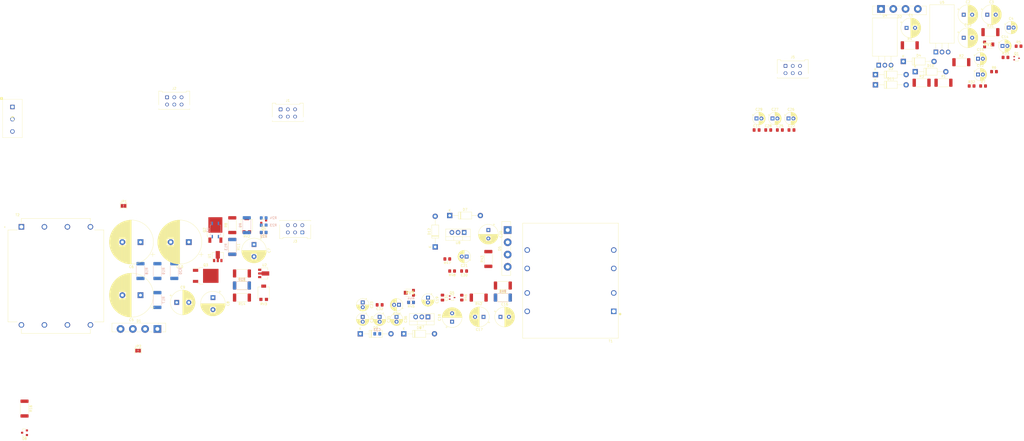
<source format=kicad_pcb>
(kicad_pcb (version 20171130) (host pcbnew "(5.1.10)-1")
  (layers (0 F.Cu signal) (31 B.Cu signal) (34 B.Paste user) (35 F.Paste user) (36 B.SilkS user) (37 F.SilkS user) (38 B.Mask user) (39 F.Mask user) (44 Edge.Cuts user))
  (net 0 "")
  (net 1 GND1)
  (net 2 "Net-(C1-Pad1)")
  (net 3 "Net-(C2-Pad1)")
  (net 4 "Net-(C3-Pad1)")
  (net 5 Earth_Clean)
  (net 6 "Net-(C11-Pad1)")
  (net 7 FIL1+)
  (net 8 "Net-(C14-Pad1)")
  (net 9 VCC_9V)
  (net 10 "Net-(C16-Pad2)")
  (net 11 "Net-(C17-Pad2)")
  (net 12 "Net-(C18-Pad2)")
  (net 13 "Net-(C19-Pad2)")
  (net 14 "Net-(C21-Pad2)")
  (net 15 FIL2+)
  (net 16 VCC_M9V)
  (net 17 COM_12VAC1)
  (net 18 12VAC1)
  (net 19 COM_12VAC2)
  (net 20 12VAC2)
  (net 21 "Net-(D5-Pad4)")
  (net 22 /HV_Power/VREF)
  (net 23 HVENA)
  (net 24 Earth_Protective)
  (net 25 HV_VALVE_A)
  (net 26 HV_VALVE_B)
  (net 27 LED-GREEN-A)
  (net 28 LED-RED-A)
  (net 29 "Net-(R1-Pad2)")
  (net 30 "Net-(R6-Pad2)")
  (net 31 "Net-(R9-Pad1)")
  (net 32 "Net-(R10-Pad1)")
  (net 33 /HV_Power/250VDC_NRG)
  (net 34 ENA-HV+)
  (net 35 "Net-(R39-Pad2)")
  (net 36 "Net-(R45-Pad2)")
  (net 37 FASE)
  (net 38 NEUTRO)
  (net 39 "Net-(T1-Pad2)")
  (net 40 "Net-(T2-Pad6)")
  (net 41 "Net-(T2-Pad2)")
  (net 42 /HV_Power/HV_NRG2)
  (net 43 /HV_Power/HV_NRG3)
  (net 44 /HV_Power/HV_REG1)
  (net 45 /HV_Power/HV_REG3)
  (net 46 /HV_Power/HV_NRG1)
  (net 47 /HV_Power/HV_NRG4)
  (net 48 /FILAMENTO_1/VccNrg)
  (net 49 "Net-(C20-Pad2)")
  (net 50 "Net-(C26-Pad1)")
  (net 51 "Net-(C34-Pad2)")
  (net 52 HV_AC_B)
  (net 53 HV_AC_A)
  (net 54 "Net-(D2-Pad1)")
  (net 55 /HV_Power/HV_REG2)
  (net 56 /HV_Power/HV_REG4)
  (module Transformer_THT:XFMR_FP230-25 (layer F.Cu) (at 44 47)
    (fp_text reference T2 (at -15.908 -25.2341) (layer F.SilkS))
    (fp_text value Transformer_FP230-25)
    (pad 1 thru_hole rect (at -14.2875 -20.32) (size 2.286 2.286) (drill 1.524) (layers *.Cu *.Mask) (net 37 FASE))
    (pad 5 thru_hole circle (at -14.2875 20.32) (size 2.286 2.286) (drill 1.524) (layers *.Cu *.Mask) (net 53 HV_AC_A))
    (pad 6 thru_hole circle (at -4.7625 20.32) (size 2.286 2.286) (drill 1.524) (layers *.Cu *.Mask) (net 40 "Net-(T2-Pad6)"))
    (pad 8 thru_hole circle (at 4.7625 20.32) (size 2.286 2.286) (drill 1.524) (layers *.Cu *.Mask) (net 52 HV_AC_B))
    (pad 7 thru_hole circle (at 14.2875 20.32) (size 2.286 2.286) (drill 1.524) (layers *.Cu *.Mask) (net 40 "Net-(T2-Pad6)"))
    (pad 3 thru_hole circle (at 14.2875 -20.32) (size 2.286 2.286) (drill 1.524) (layers *.Cu *.Mask) (net 41 "Net-(T2-Pad2)"))
    (pad 2 thru_hole circle (at -4.7625 -20.32) (size 2.286 2.286) (drill 1.524) (layers *.Cu *.Mask) (net 41 "Net-(T2-Pad2)"))
    (pad 4 thru_hole circle (at 4.7625 -20.32) (size 2.286 2.286) (drill 1.524) (layers *.Cu *.Mask) (net 38 NEUTRO))
  )
  (module Connector_Molex:Molex_Micro-Fit_3.0_43045-0612_2x03_P3.00mm_Vertical (layer F.Cu) (at 346 -40)
    (fp_text reference J5 (at 3 -3.67) (layer F.SilkS))
    (fp_text value Molex_MicroFit_2x3)
    (pad 6 thru_hole circle (at 6 3) (size 1.5 1.5) (drill 1) (layers *.Cu *.Mask) (net 1 GND1))
    (pad 5 thru_hole circle (at 3 3) (size 1.5 1.5) (drill 1) (layers *.Cu *.Mask) (net 1 GND1))
    (pad 4 thru_hole circle (at 0 3) (size 1.5 1.5) (drill 1) (layers *.Cu *.Mask) (net 16 VCC_M9V))
    (pad 3 thru_hole circle (at 6 0) (size 1.5 1.5) (drill 1) (layers *.Cu *.Mask) (net 1 GND1))
    (pad 2 thru_hole circle (at 3 0) (size 1.5 1.5) (drill 1) (layers *.Cu *.Mask) (net 1 GND1))
    (pad 1 thru_hole roundrect (at 0 0) (size 1.5 1.5) (drill 1) (layers *.Cu *.Mask) (roundrect_rratio 0.166667) (net 9 VCC_9V))
    (pad "" np_thru_hole circle (at 9 3.94) (size 1 1) (drill 1) (layers *.Cu *.Mask))
    (pad "" np_thru_hole circle (at -3 3.94) (size 1 1) (drill 1) (layers *.Cu *.Mask))
  )
  (module Connector_TE-Connectivity:TE_282837-3 (layer F.Cu) (at 26 -23 270)
    (fp_text reference J4 (at 4.78 0 90) (layer F.SilkS) (effects (font (size 1.27 1.27) (thickness 0.254))))
    (fp_text value TE_282837-3 hide)
    (pad 1 thru_hole rect (at 0 0 270) (size 1.8 1.8) (drill 1.2) (layers *.Cu *.Mask) (net 37 FASE))
    (pad 2 thru_hole circle (at 5.08 0 270) (size 1.8 1.8) (drill 1.2) (layers *.Cu *.Mask) (net 24 Earth_Protective))
    (pad 3 thru_hole circle (at 10.16 0 270) (size 1.8 1.8) (drill 1.2) (layers *.Cu *.Mask) (net 38 NEUTRO))
  )
  (module Capacitor_THT:CP_Radial_D5.0mm_P2.00mm (layer F.Cu) (at 185 64 270)
    (fp_text reference C36 (at 1 -3.75 90) (layer F.SilkS))
    (fp_text value 10uF)
    (pad 2 thru_hole circle (at 2 0 270) (size 1.6 1.6) (drill 0.8) (layers *.Cu *.Mask) (net 51 "Net-(C34-Pad2)"))
    (pad 1 thru_hole rect (at 0 0 270) (size 1.6 1.6) (drill 0.8) (layers *.Cu *.Mask) (net 1 GND1))
  )
  (module Capacitor_THT:CP_Radial_D5.0mm_P2.00mm (layer F.Cu) (at 178 64 270)
    (fp_text reference C35 (at 1 -3.75 90) (layer F.SilkS))
    (fp_text value 10uF)
    (pad 2 thru_hole circle (at 2 0 270) (size 1.6 1.6) (drill 0.8) (layers *.Cu *.Mask) (net 51 "Net-(C34-Pad2)"))
    (pad 1 thru_hole rect (at 0 0 270) (size 1.6 1.6) (drill 0.8) (layers *.Cu *.Mask) (net 1 GND1))
  )
  (module Capacitor_THT:CP_Radial_D5.0mm_P2.00mm (layer F.Cu) (at 171 64 270)
    (fp_text reference C34 (at 1 -3.75 90) (layer F.SilkS))
    (fp_text value 10uF)
    (pad 2 thru_hole circle (at 2 0 270) (size 1.6 1.6) (drill 0.8) (layers *.Cu *.Mask) (net 51 "Net-(C34-Pad2)"))
    (pad 1 thru_hole rect (at 0 0 270) (size 1.6 1.6) (drill 0.8) (layers *.Cu *.Mask) (net 1 GND1))
  )
  (module Capacitor_SMD:C_0805_2012Metric_Pad1.18x1.45mm_HandSolder (layer B.Cu) (at 177 71 180)
    (fp_text reference C33 (at 0 1.68) (layer B.SilkS) (effects (justify mirror)))
    (fp_text value 100nF)
    (pad 2 smd roundrect (at 1.0375 0 180) (size 1.175 1.45) (layers B.Cu B.Paste B.Mask) (roundrect_rratio 0.212766) (net 1 GND1))
    (pad 1 smd roundrect (at -1.0375 0 180) (size 1.175 1.45) (layers B.Cu B.Paste B.Mask) (roundrect_rratio 0.212766) (net 15 FIL2+))
  )
  (module Capacitor_SMD:C_0805_2012Metric_Pad1.18x1.45mm_HandSolder (layer F.Cu) (at 178 59 180)
    (fp_text reference C32 (at 0 -1.68) (layer F.SilkS))
    (fp_text value 100nF)
    (pad 2 smd roundrect (at 1.0375 0 180) (size 1.175 1.45) (layers F.Cu F.Paste F.Mask) (roundrect_rratio 0.212766) (net 1 GND1))
    (pad 1 smd roundrect (at -1.0375 0 180) (size 1.175 1.45) (layers F.Cu F.Paste F.Mask) (roundrect_rratio 0.212766) (net 16 VCC_M9V))
  )
  (module Capacitor_SMD:C_0805_2012Metric_Pad1.18x1.45mm_HandSolder (layer F.Cu) (at 204 56 270)
    (fp_text reference C31 (at 0 -1.68 90) (layer F.SilkS))
    (fp_text value 100nF)
    (pad 2 smd roundrect (at 1.0375 0 270) (size 1.175 1.45) (layers F.Cu F.Paste F.Mask) (roundrect_rratio 0.212766) (net 13 "Net-(C19-Pad2)"))
    (pad 1 smd roundrect (at -1.0375 0 270) (size 1.175 1.45) (layers F.Cu F.Paste F.Mask) (roundrect_rratio 0.212766) (net 1 GND1))
  )
  (module Capacitor_SMD:C_0805_2012Metric_Pad1.18x1.45mm_HandSolder (layer F.Cu) (at 212.9625 45 180)
    (fp_text reference C30 (at 0 -1.68) (layer F.SilkS))
    (fp_text value 100nF)
    (pad 2 smd roundrect (at 1.0375 0 180) (size 1.175 1.45) (layers F.Cu F.Paste F.Mask) (roundrect_rratio 0.212766) (net 14 "Net-(C21-Pad2)"))
    (pad 1 smd roundrect (at -1.0375 0 180) (size 1.175 1.45) (layers F.Cu F.Paste F.Mask) (roundrect_rratio 0.212766) (net 1 GND1))
  )
  (module Capacitor_THT:CP_Radial_D5.0mm_P2.00mm (layer F.Cu) (at 334.004776 -18.224999)
    (fp_text reference C29 (at 1 -3.75) (layer F.SilkS))
    (fp_text value 10uF)
    (pad 2 thru_hole circle (at 2 0) (size 1.6 1.6) (drill 0.8) (layers *.Cu *.Mask) (net 1 GND1))
    (pad 1 thru_hole rect (at 0 0) (size 1.6 1.6) (drill 0.8) (layers *.Cu *.Mask) (net 50 "Net-(C26-Pad1)"))
  )
  (module Capacitor_SMD:C_0805_2012Metric_Pad1.18x1.45mm_HandSolder (layer F.Cu) (at 338.855001 -13.444999)
    (fp_text reference C28 (at 0 -1.68) (layer F.SilkS))
    (fp_text value 100nF)
    (pad 2 smd roundrect (at 1.0375 0) (size 1.175 1.45) (layers F.Cu F.Paste F.Mask) (roundrect_rratio 0.212766) (net 1 GND1))
    (pad 1 smd roundrect (at -1.0375 0) (size 1.175 1.45) (layers F.Cu F.Paste F.Mask) (roundrect_rratio 0.212766) (net 9 VCC_9V))
  )
  (module Capacitor_THT:CP_Radial_D5.0mm_P2.00mm (layer F.Cu) (at 340.634776 -18.224999)
    (fp_text reference C27 (at 1 -3.75) (layer F.SilkS))
    (fp_text value 10uF)
    (pad 2 thru_hole circle (at 2 0) (size 1.6 1.6) (drill 0.8) (layers *.Cu *.Mask) (net 1 GND1))
    (pad 1 thru_hole rect (at 0 0) (size 1.6 1.6) (drill 0.8) (layers *.Cu *.Mask) (net 50 "Net-(C26-Pad1)"))
  )
  (module Capacitor_THT:CP_Radial_D5.0mm_P2.00mm (layer F.Cu) (at 347.264776 -18.224999)
    (fp_text reference C26 (at 1 -3.75) (layer F.SilkS))
    (fp_text value 10uF)
    (pad 2 thru_hole circle (at 2 0) (size 1.6 1.6) (drill 0.8) (layers *.Cu *.Mask) (net 1 GND1))
    (pad 1 thru_hole rect (at 0 0) (size 1.6 1.6) (drill 0.8) (layers *.Cu *.Mask) (net 50 "Net-(C26-Pad1)"))
  )
  (module Capacitor_SMD:C_0805_2012Metric_Pad1.18x1.45mm_HandSolder (layer F.Cu) (at 343.665001 -13.444999)
    (fp_text reference C25 (at 0 -1.68) (layer F.SilkS))
    (fp_text value 100nF)
    (pad 2 smd roundrect (at 1.0375 0) (size 1.175 1.45) (layers F.Cu F.Paste F.Mask) (roundrect_rratio 0.212766) (net 1 GND1))
    (pad 1 smd roundrect (at -1.0375 0) (size 1.175 1.45) (layers F.Cu F.Paste F.Mask) (roundrect_rratio 0.212766) (net 7 FIL1+))
  )
  (module Capacitor_SMD:C_0805_2012Metric_Pad1.18x1.45mm_HandSolder (layer F.Cu) (at 348.475001 -13.444999)
    (fp_text reference C22 (at 0 -1.68) (layer F.SilkS))
    (fp_text value 100nF)
    (pad 2 smd roundrect (at 1.0375 0) (size 1.175 1.45) (layers F.Cu F.Paste F.Mask) (roundrect_rratio 0.212766) (net 1 GND1))
    (pad 1 smd roundrect (at -1.0375 0) (size 1.175 1.45) (layers F.Cu F.Paste F.Mask) (roundrect_rratio 0.212766) (net 8 "Net-(C14-Pad1)"))
  )
  (module Capacitor_SMD:C_0805_2012Metric_Pad1.18x1.45mm_HandSolder (layer F.Cu) (at 334.045001 -13.444999)
    (fp_text reference C11 (at 0 -1.68) (layer F.SilkS))
    (fp_text value 100nF)
    (pad 2 smd roundrect (at 1.0375 0) (size 1.175 1.45) (layers F.Cu F.Paste F.Mask) (roundrect_rratio 0.212766) (net 1 GND1))
    (pad 1 smd roundrect (at -1.0375 0) (size 1.175 1.45) (layers F.Cu F.Paste F.Mask) (roundrect_rratio 0.212766) (net 6 "Net-(C11-Pad1)"))
  )
  (module Package_TO_SOT_THT:TO-220-3_Vertical (layer F.Cu) (at 213 29 180)
    (fp_text reference U8 (at 2.54 -4.27) (layer F.SilkS))
    (fp_text value LM337_TO220)
    (pad 3 thru_hole oval (at 5.08 0 180) (size 1.905 2) (drill 1.1) (layers *.Cu *.Mask) (net 16 VCC_M9V))
    (pad 2 thru_hole oval (at 2.54 0 180) (size 1.905 2) (drill 1.1) (layers *.Cu *.Mask) (net 49 "Net-(C20-Pad2)"))
    (pad 1 thru_hole rect (at 0 0 180) (size 1.905 2) (drill 1.1) (layers *.Cu *.Mask) (net 14 "Net-(C21-Pad2)"))
  )
  (module Package_TO_SOT_THT:TO-220-3_Vertical (layer F.Cu) (at 198 64 180)
    (fp_text reference U7 (at 2.54 -4.27) (layer F.SilkS))
    (fp_text value LM337_TO220)
    (pad 3 thru_hole oval (at 5.08 0 180) (size 1.905 2) (drill 1.1) (layers *.Cu *.Mask) (net 15 FIL2+))
    (pad 2 thru_hole oval (at 2.54 0 180) (size 1.905 2) (drill 1.1) (layers *.Cu *.Mask) (net 12 "Net-(C18-Pad2)"))
    (pad 1 thru_hole rect (at 0 0 180) (size 1.905 2) (drill 1.1) (layers *.Cu *.Mask) (net 13 "Net-(C19-Pad2)"))
  )
  (module Package_TO_SOT_THT:TO-220-3_Horizontal_TabDown (layer F.Cu) (at 408.245001 -45.764999)
    (fp_text reference U5 (at 2.54 -20.58) (layer F.SilkS))
    (fp_text value LM317BT)
    (pad 3 thru_hole oval (at 5.08 0) (size 1.905 2) (drill 1.1) (layers *.Cu *.Mask) (net 48 /FILAMENTO_1/VccNrg))
    (pad 2 thru_hole oval (at 2.54 0) (size 1.905 2) (drill 1.1) (layers *.Cu *.Mask) (net 9 VCC_9V))
    (pad 1 thru_hole rect (at 0 0) (size 1.905 2) (drill 1.1) (layers *.Cu *.Mask) (net 8 "Net-(C14-Pad1)"))
    (pad "" np_thru_hole oval (at 2.54 -16.66) (size 3.5 3.5) (drill 3.5) (layers *.Cu *.Mask))
  )
  (module Package_TO_SOT_THT:TO-220-3_Horizontal_TabDown (layer F.Cu) (at 384.595001 -40.314999)
    (fp_text reference U4 (at 2.54 -20.58) (layer F.SilkS))
    (fp_text value LM317BT)
    (pad 3 thru_hole oval (at 5.08 0) (size 1.905 2) (drill 1.1) (layers *.Cu *.Mask) (net 4 "Net-(C3-Pad1)"))
    (pad 2 thru_hole oval (at 2.54 0) (size 1.905 2) (drill 1.1) (layers *.Cu *.Mask) (net 7 FIL1+))
    (pad 1 thru_hole rect (at 0 0) (size 1.905 2) (drill 1.1) (layers *.Cu *.Mask) (net 6 "Net-(C11-Pad1)"))
    (pad "" np_thru_hole oval (at 2.54 -16.66) (size 3.5 3.5) (drill 3.5) (layers *.Cu *.Mask))
  )
  (module Package_SO:SOP-4_3.8x4.1mm_P2.54mm (layer B.Cu) (at 110 28 270)
    (fp_text reference U3 (at 0 3 270) (layer B.SilkS) (effects (justify mirror)))
    (fp_text value CPC1017N)
    (pad 4 smd roundrect (at 2.75 1.27 270) (size 1.45 0.55) (layers B.Cu B.Paste B.Mask) (net 22 /HV_Power/VREF))
    (pad 3 smd roundrect (at 2.75 -1.27 270) (size 1.45 0.55) (layers B.Cu B.Paste B.Mask) (net 5 Earth_Clean))
    (pad 2 smd roundrect (at -2.75 -1.27 270) (size 1.45 0.55) (layers B.Cu B.Paste B.Mask) (net 1 GND1))
    (pad 1 smd roundrect (at -2.75 1.27 270) (size 1.45 0.55) (layers B.Cu B.Paste B.Mask) (net 34 ENA-HV+))
  )
  (module Package_TO_SOT_SMD:SOT-89-3 (layer F.Cu) (at 130 46)
    (fp_text reference U2 (at 0.3 -3.5) (layer F.SilkS))
    (fp_text value LR8N8-G)
    (pad 2 smd custom (at -1.5625 0) (size 1.475 0.9) (layers F.Cu F.Paste F.Mask) (net 26 HV_VALVE_B) (options (clearance outline) (anchor rect)) (primitives (gr_poly (pts (xy 0.7375 -0.8665) (xy 3.8625 -0.8665) (xy 3.8625 0.8665) (xy 0.7375 0.8665)) (width 0))))
    (pad 3 smd rect (at -1.65 1.5) (size 1.3 0.9) (layers F.Cu F.Paste F.Mask) (net 45 /HV_Power/HV_REG3))
    (pad 1 smd rect (at -1.65 -1.5) (size 1.3 0.9) (layers F.Cu F.Paste F.Mask) (net 33 /HV_Power/250VDC_NRG))
  )
  (module Package_TO_SOT_SMD:SOT-89-3 (layer F.Cu) (at 111 39 90)
    (fp_text reference U1 (at 0.3 -3.5 90) (layer F.SilkS))
    (fp_text value LR8N8-G)
    (pad 2 smd custom (at -1.5625 0 90) (size 1.475 0.9) (layers F.Cu F.Paste F.Mask) (net 25 HV_VALVE_A) (options (clearance outline) (anchor rect)) (primitives (gr_poly (pts (xy 0.7375 -0.8665) (xy 3.8625 -0.8665) (xy 3.8625 0.8665) (xy 0.7375 0.8665)) (width 0))))
    (pad 3 smd rect (at -1.65 1.5 90) (size 1.3 0.9) (layers F.Cu F.Paste F.Mask) (net 44 /HV_Power/HV_REG1))
    (pad 1 smd rect (at -1.65 -1.5 90) (size 1.3 0.9) (layers F.Cu F.Paste F.Mask) (net 33 /HV_Power/250VDC_NRG))
  )
  (module Transformer_THT:TRANSFORMER_FS24-500 (layer F.Cu) (at 257 49 180)
    (fp_text reference T1 (at -16.635 -25.015) (layer F.SilkS))
    (fp_text value FS24-500)
    (pad 1 thru_hole rect (at -17.907 -12.7 180) (size 2.286 2.286) (drill 1.524) (layers *.Cu *.Mask) (net 37 FASE))
    (pad 4 thru_hole circle (at -17.907 12.7 180) (size 2.286 2.286) (drill 1.524) (layers *.Cu *.Mask) (net 38 NEUTRO))
    (pad 5 thru_hole circle (at 17.907 -12.7 180) (size 2.286 2.286) (drill 1.524) (layers *.Cu *.Mask) (net 18 12VAC1))
    (pad 6 thru_hole circle (at 17.907 -5.08 180) (size 2.286 2.286) (drill 1.524) (layers *.Cu *.Mask) (net 17 COM_12VAC1))
    (pad 7 thru_hole circle (at 17.907 5.08 180) (size 2.286 2.286) (drill 1.524) (layers *.Cu *.Mask) (net 20 12VAC2))
    (pad 8 thru_hole circle (at 17.907 12.7 180) (size 2.286 2.286) (drill 1.524) (layers *.Cu *.Mask) (net 19 COM_12VAC2))
    (pad 2 thru_hole circle (at -17.907 -5.08 180) (size 2.286 2.286) (drill 1.524) (layers *.Cu *.Mask) (net 39 "Net-(T1-Pad2)"))
    (pad 3 thru_hole circle (at -17.907 5.08 180) (size 2.286 2.286) (drill 1.524) (layers *.Cu *.Mask) (net 39 "Net-(T1-Pad2)"))
  )
  (module Potentiometer_SMD:Potenziometro_Serie_35_35WR100KLFTR (layer F.Cu) (at 190.375 54 180)
    (fp_text reference RV5 (at -0.163 0) (layer F.SilkS) (effects (font (size 1.27 1.27) (thickness 0.254))))
    (fp_text value 1K hide)
    (pad 1 smd rect (at -1.625 -1 270) (size 1.2 1.2) (layers F.Cu F.Paste F.Mask) (net 36 "Net-(R45-Pad2)"))
    (pad 2 smd rect (at 1.625 0 180) (size 1.5 1.6) (layers F.Cu F.Paste F.Mask) (net 1 GND1))
    (pad 3 smd rect (at -1.625 1 270) (size 1.2 1.2) (layers F.Cu F.Paste F.Mask) (net 1 GND1))
  )
  (module Potentiometer_SMD:Potentiometer_Bourns_3314G_Vertical (layer F.Cu) (at 130 54 180)
    (fp_text reference RV3 (at 0 -4.65) (layer F.SilkS))
    (fp_text value 50K)
    (pad 3 smd rect (at -1.15 -2.75 180) (size 1.3 1.3) (layers F.Cu F.Paste F.Mask) (net 5 Earth_Clean))
    (pad 2 smd rect (at 0 2.75 180) (size 2 1.3) (layers F.Cu F.Paste F.Mask) (net 32 "Net-(R10-Pad1)"))
    (pad 1 smd rect (at 1.15 -2.75 180) (size 1.3 1.3) (layers F.Cu F.Paste F.Mask) (net 32 "Net-(R10-Pad1)"))
  )
  (module Potentiometer_SMD:Potentiometer_Bourns_3314G_Vertical (layer F.Cu) (at 123 26 180)
    (fp_text reference RV2 (at 0 -4.65) (layer F.SilkS))
    (fp_text value 50K)
    (pad 3 smd rect (at -1.15 -2.75 180) (size 1.3 1.3) (layers F.Cu F.Paste F.Mask) (net 5 Earth_Clean))
    (pad 2 smd rect (at 0 2.75 180) (size 2 1.3) (layers F.Cu F.Paste F.Mask) (net 31 "Net-(R9-Pad1)"))
    (pad 1 smd rect (at 1.15 -2.75 180) (size 1.3 1.3) (layers F.Cu F.Paste F.Mask) (net 31 "Net-(R9-Pad1)"))
  )
  (module Potentiometer_SMD:Potenziometro_Serie_35_35WR100KLFTR (layer F.Cu) (at 430.050001 -48.909999)
    (fp_text reference RV1 (at -0.163 0) (layer F.SilkS) (effects (font (size 1.27 1.27) (thickness 0.254))))
    (fp_text value 1K hide)
    (pad 1 smd rect (at -1.625 -1 90) (size 1.2 1.2) (layers F.Cu F.Paste F.Mask) (net 30 "Net-(R6-Pad2)"))
    (pad 2 smd rect (at 1.625 0) (size 1.5 1.6) (layers F.Cu F.Paste F.Mask) (net 1 GND1))
    (pad 3 smd rect (at -1.625 1 90) (size 1.2 1.2) (layers F.Cu F.Paste F.Mask) (net 1 GND1))
  )
  (module Resistor_SMD:R_0805_2012Metric_Pad1.20x1.40mm_HandSolder (layer F.Cu) (at 208 45 180)
    (fp_text reference R48 (at 0 -1.65) (layer F.SilkS))
    (fp_text value 6K2)
    (pad 2 smd roundrect (at 1 0 180) (size 1.2 1.4) (layers F.Cu F.Paste F.Mask) (roundrect_rratio 0.208333) (net 1 GND1))
    (pad 1 smd roundrect (at -1 0 180) (size 1.2 1.4) (layers F.Cu F.Paste F.Mask) (roundrect_rratio 0.208333) (net 14 "Net-(C21-Pad2)"))
  )
  (module Resistor_SMD:R_0805_2012Metric_Pad1.20x1.40mm_HandSolder (layer F.Cu) (at 206 40 180)
    (fp_text reference R47 (at 0 -1.65) (layer F.SilkS))
    (fp_text value 1K)
    (pad 2 smd roundrect (at 1 0 180) (size 1.2 1.4) (layers F.Cu F.Paste F.Mask) (roundrect_rratio 0.208333) (net 14 "Net-(C21-Pad2)"))
    (pad 1 smd roundrect (at -1 0 180) (size 1.2 1.4) (layers F.Cu F.Paste F.Mask) (roundrect_rratio 0.208333) (net 16 VCC_M9V))
  )
  (module Resistor_SMD:R_0805_2012Metric_Pad1.20x1.40mm_HandSolder (layer F.Cu) (at 212 56 270)
    (fp_text reference R46 (at 0 -1.65 90) (layer F.SilkS))
    (fp_text value 47K)
    (pad 2 smd roundrect (at 1 0 270) (size 1.2 1.4) (layers F.Cu F.Paste F.Mask) (roundrect_rratio 0.208333) (net 13 "Net-(C19-Pad2)"))
    (pad 1 smd roundrect (at -1 0 270) (size 1.2 1.4) (layers F.Cu F.Paste F.Mask) (roundrect_rratio 0.208333) (net 51 "Net-(C34-Pad2)"))
  )
  (module Resistor_SMD:R_0805_2012Metric_Pad1.20x1.40mm_HandSolder (layer F.Cu) (at 191 58 180)
    (fp_text reference R45 (at 0 -1.65) (layer F.SilkS))
    (fp_text value 3K7)
    (pad 2 smd roundrect (at 1 0 180) (size 1.2 1.4) (layers F.Cu F.Paste F.Mask) (roundrect_rratio 0.208333) (net 36 "Net-(R45-Pad2)"))
    (pad 1 smd roundrect (at -1 0 180) (size 1.2 1.4) (layers F.Cu F.Paste F.Mask) (roundrect_rratio 0.208333) (net 13 "Net-(C19-Pad2)"))
  )
  (module Resistor_SMD:R_0805_2012Metric_Pad1.20x1.40mm_HandSolder (layer B.Cu) (at 191 58 180)
    (fp_text reference R44 (at 0 1.65) (layer B.SilkS) (effects (justify mirror)))
    (fp_text value 1K)
    (pad 2 smd roundrect (at 1 0 180) (size 1.2 1.4) (layers B.Cu B.Paste B.Mask) (roundrect_rratio 0.208333) (net 13 "Net-(C19-Pad2)"))
    (pad 1 smd roundrect (at -1 0 180) (size 1.2 1.4) (layers B.Cu B.Paste B.Mask) (roundrect_rratio 0.208333) (net 15 FIL2+))
  )
  (module Resistor_SMD:R_2512_6332Metric_Pad1.40x3.35mm_HandSolder (layer F.Cu) (at 223 40 90)
    (fp_text reference R43 (at 0 -2.62 90) (layer F.SilkS))
    (fp_text value 1R)
    (pad 2 smd roundrect (at 3.05 0 90) (size 1.4 3.35) (layers F.Cu F.Paste F.Mask) (roundrect_rratio 0.178571) (net 49 "Net-(C20-Pad2)"))
    (pad 1 smd roundrect (at -3.05 0 90) (size 1.4 3.35) (layers F.Cu F.Paste F.Mask) (roundrect_rratio 0.178571) (net 21 "Net-(D5-Pad4)"))
  )
  (module Resistor_SMD:R_2512_6332Metric_Pad1.40x3.35mm_HandSolder (layer F.Cu) (at 219 56 180)
    (fp_text reference R42 (at 0 -2.62) (layer F.SilkS))
    (fp_text value 1R)
    (pad 2 smd roundrect (at 3.05 0 180) (size 1.4 3.35) (layers F.Cu F.Paste F.Mask) (roundrect_rratio 0.178571) (net 12 "Net-(C18-Pad2)"))
    (pad 1 smd roundrect (at -3.05 0 180) (size 1.4 3.35) (layers F.Cu F.Paste F.Mask) (roundrect_rratio 0.178571) (net 11 "Net-(C17-Pad2)"))
  )
  (module Resistor_SMD:R_2512_6332Metric_Pad1.40x3.35mm_HandSolder (layer B.Cu) (at 229 56 180)
    (fp_text reference R41 (at 0 2.62) (layer B.SilkS) (effects (justify mirror)))
    (fp_text value 1R)
    (pad 2 smd roundrect (at 3.05 0 180) (size 1.4 3.35) (layers B.Cu B.Paste B.Mask) (roundrect_rratio 0.178571) (net 11 "Net-(C17-Pad2)"))
    (pad 1 smd roundrect (at -3.05 0 180) (size 1.4 3.35) (layers B.Cu B.Paste B.Mask) (roundrect_rratio 0.178571) (net 10 "Net-(C16-Pad2)"))
  )
  (module Resistor_SMD:R_2512_6332Metric_Pad1.40x3.35mm_HandSolder (layer F.Cu) (at 229 56)
    (fp_text reference R40 (at 0 -2.62) (layer F.SilkS))
    (fp_text value 1R)
    (pad 2 smd roundrect (at 3.05 0) (size 1.4 3.35) (layers F.Cu F.Paste F.Mask) (roundrect_rratio 0.178571) (net 10 "Net-(C16-Pad2)"))
    (pad 1 smd roundrect (at -3.05 0) (size 1.4 3.35) (layers F.Cu F.Paste F.Mask) (roundrect_rratio 0.178571) (net 35 "Net-(R39-Pad2)"))
  )
  (module Resistor_SMD:R_2512_6332Metric_Pad1.40x3.35mm_HandSolder (layer F.Cu) (at 229 51 180)
    (fp_text reference R39 (at 0 -2.62) (layer F.SilkS))
    (fp_text value 1R)
    (pad 2 smd roundrect (at 3.05 0 180) (size 1.4 3.35) (layers F.Cu F.Paste F.Mask) (roundrect_rratio 0.178571) (net 35 "Net-(R39-Pad2)"))
    (pad 1 smd roundrect (at -3.05 0 180) (size 1.4 3.35) (layers F.Cu F.Paste F.Mask) (roundrect_rratio 0.178571) (net 21 "Net-(D5-Pad4)"))
  )
  (module Resistor_SMD:R_0805_2012Metric_Pad1.20x1.40mm_HandSolder (layer F.Cu) (at 437.065001 -43.534999)
    (fp_text reference R33 (at 0 -1.65) (layer F.SilkS))
    (fp_text value 6K2)
    (pad 2 smd roundrect (at 1 0) (size 1.2 1.4) (layers F.Cu F.Paste F.Mask) (roundrect_rratio 0.208333) (net 1 GND1))
    (pad 1 smd roundrect (at -1 0) (size 1.2 1.4) (layers F.Cu F.Paste F.Mask) (roundrect_rratio 0.208333) (net 8 "Net-(C14-Pad1)"))
  )
  (module Resistor_SMD:R_0805_2012Metric_Pad1.20x1.40mm_HandSolder (layer F.Cu) (at 423.035001 -31.684999)
    (fp_text reference R32 (at 0 -1.65) (layer F.SilkS))
    (fp_text value 1K)
    (pad 2 smd roundrect (at 1 0) (size 1.2 1.4) (layers F.Cu F.Paste F.Mask) (roundrect_rratio 0.208333) (net 8 "Net-(C14-Pad1)"))
    (pad 1 smd roundrect (at -1 0) (size 1.2 1.4) (layers F.Cu F.Paste F.Mask) (roundrect_rratio 0.208333) (net 9 VCC_9V))
  )
  (module Resistor_SMD:R_2512_6332Metric_Pad1.40x3.35mm_HandSolder (layer F.Cu) (at 430.825001 -54.004999)
    (fp_text reference R31 (at 0 -2.62) (layer F.SilkS))
    (fp_text value 1R)
    (pad 2 smd roundrect (at 3.05 0) (size 1.4 3.35) (layers F.Cu F.Paste F.Mask) (roundrect_rratio 0.178571) (net 48 /FILAMENTO_1/VccNrg))
    (pad 1 smd roundrect (at -3.05 0) (size 1.4 3.35) (layers F.Cu F.Paste F.Mask) (roundrect_rratio 0.178571) (net 54 "Net-(D2-Pad1)"))
  )
  (module Resistor_SMD:R_0805_2012Metric_Pad1.20x1.40mm_HandSolder (layer B.Cu) (at 130 23)
    (fp_text reference R24 (at 4 0) (layer B.SilkS) (effects (justify mirror)))
    (fp_text value 1K)
    (pad 2 smd roundrect (at 1 0) (size 1.2 1.4) (layers B.Cu B.Paste B.Mask) (roundrect_rratio 0.208333) (net 23 HVENA))
    (pad 1 smd roundrect (at -1 0) (size 1.2 1.4) (layers B.Cu B.Paste B.Mask) (roundrect_rratio 0.208333) (net 34 ENA-HV+))
  )
  (module Resistor_SMD:R_0805_2012Metric_Pad1.20x1.40mm_HandSolder (layer B.Cu) (at 130 26 180)
    (fp_text reference R23 (at -4 0) (layer B.SilkS) (effects (justify mirror)))
    (fp_text value 1K)
    (pad 2 smd roundrect (at 1 0 180) (size 1.2 1.4) (layers B.Cu B.Paste B.Mask) (roundrect_rratio 0.208333) (net 23 HVENA))
    (pad 1 smd roundrect (at -1 0 180) (size 1.2 1.4) (layers B.Cu B.Paste B.Mask) (roundrect_rratio 0.208333) (net 27 LED-GREEN-A))
  )
  (module Resistor_SMD:R_0805_2012Metric_Pad1.20x1.40mm_HandSolder (layer B.Cu) (at 130 29)
    (fp_text reference R22 (at 0 1.65) (layer B.SilkS) (effects (justify mirror)))
    (fp_text value 1K)
    (pad 2 smd roundrect (at 1 0) (size 1.2 1.4) (layers B.Cu B.Paste B.Mask) (roundrect_rratio 0.208333) (net 23 HVENA))
    (pad 1 smd roundrect (at -1 0) (size 1.2 1.4) (layers B.Cu B.Paste B.Mask) (roundrect_rratio 0.208333) (net 9 VCC_9V))
  )
  (module Resistor_SMD:R_0805_2012Metric_Pad1.20x1.40mm_HandSolder (layer F.Cu) (at 130 29 180)
    (fp_text reference R21 (at 0 -1.65) (layer F.SilkS))
    (fp_text value 2K2)
    (pad 2 smd roundrect (at 1 0 180) (size 1.2 1.4) (layers F.Cu F.Paste F.Mask) (roundrect_rratio 0.208333) (net 28 LED-RED-A))
    (pad 1 smd roundrect (at -1 0 180) (size 1.2 1.4) (layers F.Cu F.Paste F.Mask) (roundrect_rratio 0.208333) (net 9 VCC_9V))
  )
  (module Resistor_SMD:R_2512_6332Metric_Pad1.40x3.35mm_HandSolder (layer B.Cu) (at 93 45 90)
    (fp_text reference R20 (at 0 2.62 270) (layer B.SilkS) (effects (justify mirror)))
    (fp_text value 1K)
    (pad 2 smd roundrect (at 3.05 0 90) (size 1.4 3.35) (layers B.Cu B.Paste B.Mask) (roundrect_rratio 0.178571) (net 33 /HV_Power/250VDC_NRG))
    (pad 1 smd roundrect (at -3.05 0 90) (size 1.4 3.35) (layers B.Cu B.Paste B.Mask) (roundrect_rratio 0.178571) (net 47 /HV_Power/HV_NRG4))
  )
  (module Resistor_SMD:R_2512_6332Metric_Pad1.40x3.35mm_HandSolder (layer B.Cu) (at 86 45 90)
    (fp_text reference R19 (at 0 2.62 270) (layer B.SilkS) (effects (justify mirror)))
    (fp_text value 1K)
    (pad 2 smd roundrect (at 3.05 0 90) (size 1.4 3.35) (layers B.Cu B.Paste B.Mask) (roundrect_rratio 0.178571) (net 47 /HV_Power/HV_NRG4))
    (pad 1 smd roundrect (at -3.05 0 90) (size 1.4 3.35) (layers B.Cu B.Paste B.Mask) (roundrect_rratio 0.178571) (net 43 /HV_Power/HV_NRG3))
  )
  (module Resistor_SMD:R_2512_6332Metric_Pad1.40x3.35mm_HandSolder (layer B.Cu) (at 79 45 90)
    (fp_text reference R18 (at 0 2.62 270) (layer B.SilkS) (effects (justify mirror)))
    (fp_text value 1K)
    (pad 2 smd roundrect (at 3.05 0 90) (size 1.4 3.35) (layers B.Cu B.Paste B.Mask) (roundrect_rratio 0.178571) (net 43 /HV_Power/HV_NRG3))
    (pad 1 smd roundrect (at -3.05 0 90) (size 1.4 3.35) (layers B.Cu B.Paste B.Mask) (roundrect_rratio 0.178571) (net 42 /HV_Power/HV_NRG2))
  )
  (module Resistor_SMD:R_2512_6332Metric_Pad1.40x3.35mm_HandSolder (layer B.Cu) (at 86 57 90)
    (fp_text reference R17 (at 0 2.62 270) (layer B.SilkS) (effects (justify mirror)))
    (fp_text value 1K)
    (pad 2 smd roundrect (at 3.05 0 90) (size 1.4 3.35) (layers B.Cu B.Paste B.Mask) (roundrect_rratio 0.178571) (net 42 /HV_Power/HV_NRG2))
    (pad 1 smd roundrect (at -3.05 0 90) (size 1.4 3.35) (layers B.Cu B.Paste B.Mask) (roundrect_rratio 0.178571) (net 46 /HV_Power/HV_NRG1))
  )
  (module Resistor_SMD:R_2512_6332Metric_Pad1.40x3.35mm_HandSolder (layer F.Cu) (at 31 102 270)
    (fp_text reference R16 (at 0 -2.62 90) (layer F.SilkS))
    (fp_text value 240K)
    (pad 2 smd roundrect (at 3.05 0 270) (size 1.4 3.35) (layers F.Cu F.Paste F.Mask) (roundrect_rratio 0.178571) (net 22 /HV_Power/VREF))
    (pad 1 smd roundrect (at -3.05 0 270) (size 1.4 3.35) (layers F.Cu F.Paste F.Mask) (roundrect_rratio 0.178571) (net 46 /HV_Power/HV_NRG1))
  )
  (module Resistor_SMD:R_2512_6332Metric_Pad1.40x3.35mm_HandSolder (layer F.Cu) (at 121 46 180)
    (fp_text reference R15 (at 0 -2.62) (layer F.SilkS))
    (fp_text value 1K)
    (pad 2 smd roundrect (at 3.05 0 180) (size 1.4 3.35) (layers F.Cu F.Paste F.Mask) (roundrect_rratio 0.178571) (net 56 /HV_Power/HV_REG4))
    (pad 1 smd roundrect (at -3.05 0 180) (size 1.4 3.35) (layers F.Cu F.Paste F.Mask) (roundrect_rratio 0.178571) (net 45 /HV_Power/HV_REG3))
  )
  (module Resistor_SMD:R_2512_6332Metric_Pad1.40x3.35mm_HandSolder (layer F.Cu) (at 121 56 180)
    (fp_text reference R14 (at 0 -2.62) (layer F.SilkS))
    (fp_text value 47K)
    (pad 2 smd roundrect (at 3.05 0 180) (size 1.4 3.35) (layers F.Cu F.Paste F.Mask) (roundrect_rratio 0.178571) (net 5 Earth_Clean))
    (pad 1 smd roundrect (at -3.05 0 180) (size 1.4 3.35) (layers F.Cu F.Paste F.Mask) (roundrect_rratio 0.178571) (net 26 HV_VALVE_B))
  )
  (module Resistor_SMD:R_2512_6332Metric_Pad1.40x3.35mm_HandSolder (layer B.Cu) (at 117 35 270)
    (fp_text reference R13 (at 0 2.62 270) (layer B.SilkS) (effects (justify mirror)))
    (fp_text value 47K)
    (pad 2 smd roundrect (at 3.05 0 270) (size 1.4 3.35) (layers B.Cu B.Paste B.Mask) (roundrect_rratio 0.178571) (net 5 Earth_Clean))
    (pad 1 smd roundrect (at -3.05 0 270) (size 1.4 3.35) (layers B.Cu B.Paste B.Mask) (roundrect_rratio 0.178571) (net 25 HV_VALVE_A))
  )
  (module Resistor_SMD:R_2512_6332Metric_Pad1.40x3.35mm_HandSolder (layer F.Cu) (at 121 51)
    (fp_text reference R12 (at 0 -2.62) (layer F.SilkS))
    (fp_text value 1K)
    (pad 2 smd roundrect (at 3.05 0) (size 1.4 3.35) (layers F.Cu F.Paste F.Mask) (roundrect_rratio 0.178571) (net 26 HV_VALVE_B))
    (pad 1 smd roundrect (at -3.05 0) (size 1.4 3.35) (layers F.Cu F.Paste F.Mask) (roundrect_rratio 0.178571) (net 45 /HV_Power/HV_REG3))
  )
  (module Resistor_SMD:R_2512_6332Metric_Pad1.40x3.35mm_HandSolder (layer F.Cu) (at 117 35 270)
    (fp_text reference R11 (at 0 -2.62 90) (layer F.SilkS))
    (fp_text value 1K)
    (pad 2 smd roundrect (at 3.05 0 270) (size 1.4 3.35) (layers F.Cu F.Paste F.Mask) (roundrect_rratio 0.178571) (net 25 HV_VALVE_A))
    (pad 1 smd roundrect (at -3.05 0 270) (size 1.4 3.35) (layers F.Cu F.Paste F.Mask) (roundrect_rratio 0.178571) (net 44 /HV_Power/HV_REG1))
  )
  (module Resistor_SMD:R_2512_6332Metric_Pad1.40x3.35mm_HandSolder (layer B.Cu) (at 121 51 180)
    (fp_text reference R10 (at 0 2.62) (layer B.SilkS) (effects (justify mirror)))
    (fp_text value 200K)
    (pad 2 smd roundrect (at 3.05 0 180) (size 1.4 3.35) (layers B.Cu B.Paste B.Mask) (roundrect_rratio 0.178571) (net 45 /HV_Power/HV_REG3))
    (pad 1 smd roundrect (at -3.05 0 180) (size 1.4 3.35) (layers B.Cu B.Paste B.Mask) (roundrect_rratio 0.178571) (net 32 "Net-(R10-Pad1)"))
  )
  (module Resistor_SMD:R_2512_6332Metric_Pad1.40x3.35mm_HandSolder (layer B.Cu) (at 123 26 270)
    (fp_text reference R9 (at 0 2.62 270) (layer B.SilkS) (effects (justify mirror)))
    (fp_text value 200K)
    (pad 2 smd roundrect (at 3.05 0 270) (size 1.4 3.35) (layers B.Cu B.Paste B.Mask) (roundrect_rratio 0.178571) (net 44 /HV_Power/HV_REG1))
    (pad 1 smd roundrect (at -3.05 0 270) (size 1.4 3.35) (layers B.Cu B.Paste B.Mask) (roundrect_rratio 0.178571) (net 31 "Net-(R9-Pad1)"))
  )
  (module Resistor_SMD:R_2512_6332Metric_Pad1.40x3.35mm_HandSolder (layer F.Cu) (at 117 26 90)
    (fp_text reference R8 (at 0 -2.62 90) (layer F.SilkS))
    (fp_text value 1K)
    (pad 2 smd roundrect (at 3.05 0 90) (size 1.4 3.35) (layers F.Cu F.Paste F.Mask) (roundrect_rratio 0.178571) (net 55 /HV_Power/HV_REG2))
    (pad 1 smd roundrect (at -3.05 0 90) (size 1.4 3.35) (layers F.Cu F.Paste F.Mask) (roundrect_rratio 0.178571) (net 44 /HV_Power/HV_REG1))
  )
  (module Resistor_SMD:R_0805_2012Metric_Pad1.20x1.40mm_HandSolder (layer F.Cu) (at 427.785001 -31.684999)
    (fp_text reference R7 (at 0 -1.65) (layer F.SilkS))
    (fp_text value 47K)
    (pad 2 smd roundrect (at 1 0) (size 1.2 1.4) (layers F.Cu F.Paste F.Mask) (roundrect_rratio 0.208333) (net 6 "Net-(C11-Pad1)"))
    (pad 1 smd roundrect (at -1 0) (size 1.2 1.4) (layers F.Cu F.Paste F.Mask) (roundrect_rratio 0.208333) (net 50 "Net-(C26-Pad1)"))
  )
  (module Resistor_SMD:R_0805_2012Metric_Pad1.20x1.40mm_HandSolder (layer F.Cu) (at 432.315001 -37.634999)
    (fp_text reference R6 (at 0 -1.65) (layer F.SilkS))
    (fp_text value 3K7)
    (pad 2 smd roundrect (at 1 0) (size 1.2 1.4) (layers F.Cu F.Paste F.Mask) (roundrect_rratio 0.208333) (net 30 "Net-(R6-Pad2)"))
    (pad 1 smd roundrect (at -1 0) (size 1.2 1.4) (layers F.Cu F.Paste F.Mask) (roundrect_rratio 0.208333) (net 6 "Net-(C11-Pad1)"))
  )
  (module Resistor_SMD:R_0805_2012Metric_Pad1.20x1.40mm_HandSolder (layer F.Cu) (at 442.475001 -48.174999)
    (fp_text reference R5 (at 0 -1.65) (layer F.SilkS))
    (fp_text value 1K)
    (pad 2 smd roundrect (at 1 0) (size 1.2 1.4) (layers F.Cu F.Paste F.Mask) (roundrect_rratio 0.208333) (net 6 "Net-(C11-Pad1)"))
    (pad 1 smd roundrect (at -1 0) (size 1.2 1.4) (layers F.Cu F.Paste F.Mask) (roundrect_rratio 0.208333) (net 7 FIL1+))
  )
  (module Resistor_SMD:R_2512_6332Metric_Pad1.40x3.35mm_HandSolder (layer F.Cu) (at 397.435001 -48.554999)
    (fp_text reference R4 (at 0 -2.62) (layer F.SilkS))
    (fp_text value 1R)
    (pad 2 smd roundrect (at 3.05 0) (size 1.4 3.35) (layers F.Cu F.Paste F.Mask) (roundrect_rratio 0.178571) (net 4 "Net-(C3-Pad1)"))
    (pad 1 smd roundrect (at -3.05 0) (size 1.4 3.35) (layers F.Cu F.Paste F.Mask) (roundrect_rratio 0.178571) (net 3 "Net-(C2-Pad1)"))
  )
  (module Resistor_SMD:R_2512_6332Metric_Pad1.40x3.35mm_HandSolder (layer F.Cu) (at 402.335001 -33.044999)
    (fp_text reference R3 (at 0 -2.62) (layer F.SilkS))
    (fp_text value 1R)
    (pad 2 smd roundrect (at 3.05 0) (size 1.4 3.35) (layers F.Cu F.Paste F.Mask) (roundrect_rratio 0.178571) (net 3 "Net-(C2-Pad1)"))
    (pad 1 smd roundrect (at -3.05 0) (size 1.4 3.35) (layers F.Cu F.Paste F.Mask) (roundrect_rratio 0.178571) (net 2 "Net-(C1-Pad1)"))
  )
  (module Resistor_SMD:R_2512_6332Metric_Pad1.40x3.35mm_HandSolder (layer F.Cu) (at 418.785001 -41.544999)
    (fp_text reference R2 (at 0 -2.62) (layer F.SilkS))
    (fp_text value 1R)
    (pad 2 smd roundrect (at 3.05 0) (size 1.4 3.35) (layers F.Cu F.Paste F.Mask) (roundrect_rratio 0.178571) (net 2 "Net-(C1-Pad1)"))
    (pad 1 smd roundrect (at -3.05 0) (size 1.4 3.35) (layers F.Cu F.Paste F.Mask) (roundrect_rratio 0.178571) (net 29 "Net-(R1-Pad2)"))
  )
  (module Resistor_SMD:R_2512_6332Metric_Pad1.40x3.35mm_HandSolder (layer F.Cu) (at 411.385001 -33.044999)
    (fp_text reference R1 (at 0 -2.62) (layer F.SilkS))
    (fp_text value 1R)
    (pad 2 smd roundrect (at 3.05 0) (size 1.4 3.35) (layers F.Cu F.Paste F.Mask) (roundrect_rratio 0.178571) (net 29 "Net-(R1-Pad2)"))
    (pad 1 smd roundrect (at -3.05 0) (size 1.4 3.35) (layers F.Cu F.Paste F.Mask) (roundrect_rratio 0.178571) (net 54 "Net-(D2-Pad1)"))
  )
  (module Package_TO_SOT_SMD:SOT-323_SC-70 (layer F.Cu) (at 208 56)
    (fp_text reference Q5 (at -0.05 -1.95) (layer F.SilkS))
    (fp_text value BC847W)
    (pad 3 smd rect (at 1 0 270) (size 0.45 0.7) (layers F.Cu F.Paste F.Mask) (net 1 GND1))
    (pad 2 smd rect (at -1 0.65 270) (size 0.45 0.7) (layers F.Cu F.Paste F.Mask) (net 13 "Net-(C19-Pad2)"))
    (pad 1 smd rect (at -1 -0.65 270) (size 0.45 0.7) (layers F.Cu F.Paste F.Mask) (net 51 "Net-(C34-Pad2)"))
  )
  (module Package_TO_SOT_SMD:SOT-23 (layer F.Cu) (at 130 25 180)
    (fp_text reference Q4 (at 0 -2.5) (layer F.SilkS))
    (fp_text value BSS138)
    (pad 3 smd rect (at 1 0 180) (size 0.9 0.8) (layers F.Cu F.Paste F.Mask) (net 28 LED-RED-A))
    (pad 2 smd rect (at -1 0.95 180) (size 0.9 0.8) (layers F.Cu F.Paste F.Mask) (net 1 GND1))
    (pad 1 smd rect (at -1 -0.95 180) (size 0.9 0.8) (layers F.Cu F.Paste F.Mask) (net 23 HVENA))
  )
  (module Package_TO_SOT_SMD:TO-252-2 (layer F.Cu) (at 106 47)
    (fp_text reference Q3 (at 0 -4.5) (layer F.SilkS))
    (fp_text value IRFR1N60ATRPBF)
    (pad 2 smd rect (at 2.1 0) (size 6.4 5.8) (layers F.Cu F.Mask) (net 56 /HV_Power/HV_REG4))
    (pad 3 smd rect (at -4.2 2.28) (size 2.2 1.2) (layers F.Cu F.Paste F.Mask) (net 5 Earth_Clean))
    (pad 1 smd rect (at -4.2 -2.28) (size 2.2 1.2) (layers F.Cu F.Paste F.Mask) (net 22 /HV_Power/VREF))
  )
  (module Package_TO_SOT_SMD:TO-252-2 (layer F.Cu) (at 110 28 90)
    (fp_text reference Q2 (at 0 -4.5 90) (layer F.SilkS))
    (fp_text value IRFR1N60ATRPBF)
    (pad 2 smd rect (at 2.1 0 90) (size 6.4 5.8) (layers F.Cu F.Mask) (net 55 /HV_Power/HV_REG2))
    (pad 3 smd rect (at -4.2 2.28 90) (size 2.2 1.2) (layers F.Cu F.Paste F.Mask) (net 5 Earth_Clean))
    (pad 1 smd rect (at -4.2 -2.28 90) (size 2.2 1.2) (layers F.Cu F.Paste F.Mask) (net 22 /HV_Power/VREF))
  )
  (module Package_TO_SOT_SMD:SOT-323_SC-70 (layer F.Cu) (at 441.665001 -43.184999)
    (fp_text reference Q1 (at -0.05 -1.95) (layer F.SilkS))
    (fp_text value BC857W)
    (pad 3 smd rect (at 1 0 270) (size 0.45 0.7) (layers F.Cu F.Paste F.Mask) (net 1 GND1))
    (pad 2 smd rect (at -1 0.65 270) (size 0.45 0.7) (layers F.Cu F.Paste F.Mask) (net 6 "Net-(C11-Pad1)"))
    (pad 1 smd rect (at -1 -0.65 270) (size 0.45 0.7) (layers F.Cu F.Paste F.Mask) (net 50 "Net-(C26-Pad1)"))
  )
  (module Jumper:SolderJumper-2_P1.3mm_Bridged2Bar_Pad1.0x1.5mm (layer F.Cu) (at 78 78)
    (fp_text reference JP2 (at 0 -1.8) (layer F.SilkS))
    (fp_text value SolderJumper_2_Bridged)
    (fp_poly (pts (xy -0.25 0.2) (xy 0.25 0.2) (xy 0.25 0.6) (xy -0.25 0.6)) (layer F.Cu) (width 0))
    (fp_poly (pts (xy -0.25 -0.6) (xy 0.25 -0.6) (xy 0.25 -0.2) (xy -0.25 -0.2)) (layer F.Cu) (width 0))
    (pad 2 smd rect (at 0.65 0) (size 1 1.5) (layers F.Cu F.Mask) (net 1 GND1))
    (pad 1 smd rect (at -0.65 0) (size 1 1.5) (layers F.Cu F.Mask) (net 5 Earth_Clean))
  )
  (module Jumper:SolderJumper-2_P1.3mm_Bridged2Bar_Pad1.0x1.5mm (layer F.Cu) (at 72 18)
    (fp_text reference JP1 (at 0 -1.8) (layer F.SilkS))
    (fp_text value SolderJumper_2_Bridged)
    (fp_poly (pts (xy -0.25 0.2) (xy 0.25 0.2) (xy 0.25 0.6) (xy -0.25 0.6)) (layer F.Cu) (width 0))
    (fp_poly (pts (xy -0.25 -0.6) (xy 0.25 -0.6) (xy 0.25 -0.2) (xy -0.25 -0.2)) (layer F.Cu) (width 0))
    (pad 2 smd rect (at 0.65 0) (size 1 1.5) (layers F.Cu F.Mask) (net 5 Earth_Clean))
    (pad 1 smd rect (at -0.65 0) (size 1 1.5) (layers F.Cu F.Mask) (net 24 Earth_Protective))
  )
  (module Connector_Molex:Molex_Micro-Fit_3.0_43045-0612_2x03_P3.00mm_Vertical (layer F.Cu) (at 146 29 180)
    (fp_text reference J3 (at 3 -3.67) (layer F.SilkS))
    (fp_text value Molex_MicroFit_2x3)
    (pad 6 thru_hole circle (at 6 3 180) (size 1.5 1.5) (drill 1) (layers *.Cu *.Mask) (net 1 GND1))
    (pad 5 thru_hole circle (at 3 3 180) (size 1.5 1.5) (drill 1) (layers *.Cu *.Mask) (net 1 GND1))
    (pad 4 thru_hole circle (at 0 3 180) (size 1.5 1.5) (drill 1) (layers *.Cu *.Mask) (net 1 GND1))
    (pad 3 thru_hole circle (at 6 0 180) (size 1.5 1.5) (drill 1) (layers *.Cu *.Mask) (net 23 HVENA))
    (pad 2 thru_hole circle (at 3 0 180) (size 1.5 1.5) (drill 1) (layers *.Cu *.Mask) (net 27 LED-GREEN-A))
    (pad 1 thru_hole roundrect (at 0 0 180) (size 1.5 1.5) (drill 1) (layers *.Cu *.Mask) (roundrect_rratio 0.166667) (net 28 LED-RED-A))
    (pad "" np_thru_hole circle (at 9 3.94 180) (size 1 1) (drill 1) (layers *.Cu *.Mask))
    (pad "" np_thru_hole circle (at -3 3.94 180) (size 1 1) (drill 1) (layers *.Cu *.Mask))
  )
  (module Connector_Molex:Molex_Micro-Fit_3.0_43045-0612_2x03_P3.00mm_Vertical (layer F.Cu) (at 90 -27)
    (fp_text reference J2 (at 3 -3.67) (layer F.SilkS))
    (fp_text value Molex_MicroFit_2x3)
    (pad 6 thru_hole circle (at 6 3) (size 1.5 1.5) (drill 1) (layers *.Cu *.Mask) (net 5 Earth_Clean))
    (pad 5 thru_hole circle (at 3 3) (size 1.5 1.5) (drill 1) (layers *.Cu *.Mask) (net 24 Earth_Protective))
    (pad 4 thru_hole circle (at 0 3) (size 1.5 1.5) (drill 1) (layers *.Cu *.Mask) (net 1 GND1))
    (pad 3 thru_hole circle (at 6 0) (size 1.5 1.5) (drill 1) (layers *.Cu *.Mask) (net 26 HV_VALVE_B))
    (pad 2 thru_hole circle (at 3 0) (size 1.5 1.5) (drill 1) (layers *.Cu *.Mask) (net 24 Earth_Protective))
    (pad 1 thru_hole roundrect (at 0 0) (size 1.5 1.5) (drill 1) (layers *.Cu *.Mask) (roundrect_rratio 0.166667) (net 15 FIL2+))
    (pad "" np_thru_hole circle (at 9 3.94) (size 1 1) (drill 1) (layers *.Cu *.Mask))
    (pad "" np_thru_hole circle (at -3 3.94) (size 1 1) (drill 1) (layers *.Cu *.Mask))
  )
  (module Connector_Molex:Molex_Micro-Fit_3.0_43045-0612_2x03_P3.00mm_Vertical (layer F.Cu) (at 137 -22)
    (fp_text reference J1 (at 3 -3.67) (layer F.SilkS))
    (fp_text value Molex_MicroFit_2x3)
    (pad 6 thru_hole circle (at 6 3) (size 1.5 1.5) (drill 1) (layers *.Cu *.Mask) (net 5 Earth_Clean))
    (pad 5 thru_hole circle (at 3 3) (size 1.5 1.5) (drill 1) (layers *.Cu *.Mask) (net 24 Earth_Protective))
    (pad 4 thru_hole circle (at 0 3) (size 1.5 1.5) (drill 1) (layers *.Cu *.Mask) (net 1 GND1))
    (pad 3 thru_hole circle (at 6 0) (size 1.5 1.5) (drill 1) (layers *.Cu *.Mask) (net 25 HV_VALVE_A))
    (pad 2 thru_hole circle (at 3 0) (size 1.5 1.5) (drill 1) (layers *.Cu *.Mask) (net 24 Earth_Protective))
    (pad 1 thru_hole roundrect (at 0 0) (size 1.5 1.5) (drill 1) (layers *.Cu *.Mask) (roundrect_rratio 0.166667) (net 7 FIL1+))
    (pad "" np_thru_hole circle (at 9 3.94) (size 1 1) (drill 1) (layers *.Cu *.Mask))
    (pad "" np_thru_hole circle (at -3 3.94) (size 1 1) (drill 1) (layers *.Cu *.Mask))
  )
  (module Diode_THT:D_DO-41_SOD81_P12.70mm_Horizontal (layer F.Cu) (at 201 35 90)
    (fp_text reference D12 (at 6.35 -2.47 90) (layer F.SilkS))
    (fp_text value 1N4001)
    (fp_text user K (at 0 -2.1 90) (layer F.SilkS))
    (pad 2 thru_hole oval (at 12.7 0 90) (size 2.2 2.2) (drill 1.1) (layers *.Cu *.Mask) (net 16 VCC_M9V))
    (pad 1 thru_hole rect (at 0 0 90) (size 2.2 2.2) (drill 1.1) (layers *.Cu *.Mask) (net 14 "Net-(C21-Pad2)"))
  )
  (module Diode_THT:D_DO-41_SOD81_P12.70mm_Horizontal (layer F.Cu) (at 383.235001 -32.164999)
    (fp_text reference D11 (at 6.35 -2.47) (layer F.SilkS))
    (fp_text value 1N4001)
    (fp_text user K (at 0 -2.1) (layer F.SilkS))
    (pad 2 thru_hole oval (at 12.7 0) (size 2.2 2.2) (drill 1.1) (layers *.Cu *.Mask) (net 50 "Net-(C26-Pad1)"))
    (pad 1 thru_hole rect (at 0 0) (size 2.2 2.2) (drill 1.1) (layers *.Cu *.Mask) (net 7 FIL1+))
  )
  (module Diode_THT:D_DO-41_SOD81_P12.70mm_Horizontal (layer F.Cu) (at 399.685001 -37.614999)
    (fp_text reference D10 (at 6.35 -2.47) (layer F.SilkS))
    (fp_text value 1N4001)
    (fp_text user K (at 0 -2.1) (layer F.SilkS))
    (pad 2 thru_hole oval (at 12.7 0) (size 2.2 2.2) (drill 1.1) (layers *.Cu *.Mask) (net 7 FIL1+))
    (pad 1 thru_hole rect (at 0 0) (size 2.2 2.2) (drill 1.1) (layers *.Cu *.Mask) (net 4 "Net-(C3-Pad1)"))
  )
  (module Diode_THT:D_DO-41_SOD81_P12.70mm_Horizontal (layer F.Cu) (at 170 71)
    (fp_text reference D9 (at 6.35 -2.47) (layer F.SilkS))
    (fp_text value 1N4001)
    (fp_text user K (at 0 -2.1) (layer F.SilkS))
    (pad 2 thru_hole oval (at 12.7 0) (size 2.2 2.2) (drill 1.1) (layers *.Cu *.Mask) (net 15 FIL2+))
    (pad 1 thru_hole rect (at 0 0) (size 2.2 2.2) (drill 1.1) (layers *.Cu *.Mask) (net 51 "Net-(C34-Pad2)"))
  )
  (module Diode_SMD:D_SOT-23_ANK (layer F.Cu) (at 31 112 180)
    (fp_text reference D8 (at 0 -2.5) (layer F.SilkS))
    (fp_text value BZX84Cxx)
    (pad 1 smd rect (at 1 0 180) (size 0.9 0.8) (layers F.Cu F.Paste F.Mask) (net 22 /HV_Power/VREF))
    (pad "" smd rect (at -1 0.95 180) (size 0.9 0.8) (layers F.Cu F.Paste F.Mask))
    (pad 2 smd rect (at -1 -0.95 180) (size 0.9 0.8) (layers F.Cu F.Paste F.Mask) (net 5 Earth_Clean))
  )
  (module Diode_THT:D_DO-41_SOD81_P12.70mm_Horizontal (layer F.Cu) (at 207 22)
    (fp_text reference D7 (at 6.35 -2.47) (layer F.SilkS))
    (fp_text value 1N4001)
    (fp_text user K (at 0 -2.1) (layer F.SilkS))
    (pad 2 thru_hole oval (at 12.7 0) (size 2.2 2.2) (drill 1.1) (layers *.Cu *.Mask) (net 49 "Net-(C20-Pad2)"))
    (pad 1 thru_hole rect (at 0 0) (size 2.2 2.2) (drill 1.1) (layers *.Cu *.Mask) (net 16 VCC_M9V))
  )
  (module Diode_THT:D_DO-41_SOD81_P12.70mm_Horizontal (layer F.Cu) (at 188 71)
    (fp_text reference D6 (at 6.35 -2.47) (layer F.SilkS))
    (fp_text value 1N4001)
    (fp_text user K (at 0 -2.1) (layer F.SilkS))
    (pad 2 thru_hole oval (at 12.7 0) (size 2.2 2.2) (drill 1.1) (layers *.Cu *.Mask) (net 12 "Net-(C18-Pad2)"))
    (pad 1 thru_hole rect (at 0 0) (size 2.2 2.2) (drill 1.1) (layers *.Cu *.Mask) (net 15 FIL2+))
  )
  (module Diode_THT:Diode_Bridge_Vishay_GBU (layer F.Cu) (at 231 28 270)
    (fp_text reference D5 (at 7.7 3.3 270) (layer F.SilkS))
    (fp_text value GBU4J)
    (pad 1 thru_hole rect (at 0 0 270) (size 3.2 3.2) (drill 1.6) (layers *.Cu *.Mask) (net 1 GND1))
    (pad 2 thru_hole circle (at 5.08 0 270) (size 3.2 3.2) (drill 1.6) (layers *.Cu *.Mask) (net 19 COM_12VAC2))
    (pad 3 thru_hole circle (at 10.16 0 270) (size 3.2 3.2) (drill 1.6) (layers *.Cu *.Mask) (net 20 12VAC2))
    (pad 4 thru_hole circle (at 15.24 0 270) (size 3.2 3.2) (drill 1.6) (layers *.Cu *.Mask) (net 21 "Net-(D5-Pad4)"))
  )
  (module Diode_THT:D_DO-41_SOD81_P12.70mm_Horizontal (layer F.Cu) (at 394.785001 -41.864999)
    (fp_text reference D4 (at 6.35 -2.47) (layer F.SilkS))
    (fp_text value 1N4001)
    (fp_text user K (at 0 -2.1) (layer F.SilkS))
    (pad 2 thru_hole oval (at 12.7 0) (size 2.2 2.2) (drill 1.1) (layers *.Cu *.Mask) (net 8 "Net-(C14-Pad1)"))
    (pad 1 thru_hole rect (at 0 0) (size 2.2 2.2) (drill 1.1) (layers *.Cu *.Mask) (net 9 VCC_9V))
  )
  (module Diode_THT:D_DO-41_SOD81_P12.70mm_Horizontal (layer F.Cu) (at 383.235001 -36.414999)
    (fp_text reference D3 (at 6.35 -2.47) (layer F.SilkS))
    (fp_text value 1N4001)
    (fp_text user K (at 0 -2.1) (layer F.SilkS))
    (pad 2 thru_hole oval (at 12.7 0) (size 2.2 2.2) (drill 1.1) (layers *.Cu *.Mask) (net 9 VCC_9V))
    (pad 1 thru_hole rect (at 0 0) (size 2.2 2.2) (drill 1.1) (layers *.Cu *.Mask) (net 48 /FILAMENTO_1/VccNrg))
  )
  (module Diode_THT:Diode_Bridge_Vishay_GBU (layer F.Cu) (at 385.535001 -63.624999)
    (fp_text reference D2 (at 7.7 3.3 180) (layer F.SilkS))
    (fp_text value GBU4J)
    (pad 1 thru_hole rect (at 0 0) (size 3.2 3.2) (drill 1.6) (layers *.Cu *.Mask) (net 54 "Net-(D2-Pad1)"))
    (pad 2 thru_hole circle (at 5.08 0) (size 3.2 3.2) (drill 1.6) (layers *.Cu *.Mask) (net 17 COM_12VAC1))
    (pad 3 thru_hole circle (at 10.16 0) (size 3.2 3.2) (drill 1.6) (layers *.Cu *.Mask) (net 18 12VAC1))
    (pad 4 thru_hole circle (at 15.24 0) (size 3.2 3.2) (drill 1.6) (layers *.Cu *.Mask) (net 1 GND1))
  )
  (module Diode_THT:Diode_Bridge_Vishay_GBU (layer F.Cu) (at 86 69 180)
    (fp_text reference D1 (at 7.7 3.3 180) (layer F.SilkS))
    (fp_text value GBU4J)
    (pad 1 thru_hole rect (at 0 0 180) (size 3.2 3.2) (drill 1.6) (layers *.Cu *.Mask) (net 46 /HV_Power/HV_NRG1))
    (pad 2 thru_hole circle (at 5.08 0 180) (size 3.2 3.2) (drill 1.6) (layers *.Cu *.Mask) (net 52 HV_AC_B))
    (pad 3 thru_hole circle (at 10.16 0 180) (size 3.2 3.2) (drill 1.6) (layers *.Cu *.Mask) (net 53 HV_AC_A))
    (pad 4 thru_hole circle (at 15.24 0 180) (size 3.2 3.2) (drill 1.6) (layers *.Cu *.Mask) (net 5 Earth_Clean))
  )
  (module Capacitor_THT:CP_Radial_D5.0mm_P2.00mm (layer F.Cu) (at 186 59 180)
    (fp_text reference C24 (at 1 -3.75) (layer F.SilkS))
    (fp_text value 10uF)
    (pad 2 thru_hole circle (at 2 0 180) (size 1.6 1.6) (drill 0.8) (layers *.Cu *.Mask) (net 16 VCC_M9V))
    (pad 1 thru_hole rect (at 0 0 180) (size 1.6 1.6) (drill 0.8) (layers *.Cu *.Mask) (net 1 GND1))
  )
  (module Capacitor_THT:CP_Radial_D5.0mm_P2.00mm (layer F.Cu) (at 171 58 270)
    (fp_text reference C23 (at 1 -3.75 90) (layer F.SilkS))
    (fp_text value 10uF)
    (pad 2 thru_hole circle (at 2 0 270) (size 1.6 1.6) (drill 0.8) (layers *.Cu *.Mask) (net 15 FIL2+))
    (pad 1 thru_hole rect (at 0 0 270) (size 1.6 1.6) (drill 0.8) (layers *.Cu *.Mask) (net 1 GND1))
  )
  (module Capacitor_THT:CP_Radial_D5.0mm_P2.00mm (layer F.Cu) (at 214 39 180)
    (fp_text reference C21 (at 1 -3.75) (layer F.SilkS))
    (fp_text value 10uF)
    (pad 2 thru_hole circle (at 2 0 180) (size 1.6 1.6) (drill 0.8) (layers *.Cu *.Mask) (net 14 "Net-(C21-Pad2)"))
    (pad 1 thru_hole rect (at 0 0 180) (size 1.6 1.6) (drill 0.8) (layers *.Cu *.Mask) (net 1 GND1))
  )
  (module Capacitor_THT:CP_Radial_D8.0mm_P3.50mm (layer F.Cu) (at 223 28 270)
    (fp_text reference C20 (at 1.75 -5.25 90) (layer F.SilkS))
    (fp_text value 330uF)
    (pad 2 thru_hole circle (at 3.5 0 270) (size 1.6 1.6) (drill 0.8) (layers *.Cu *.Mask) (net 49 "Net-(C20-Pad2)"))
    (pad 1 thru_hole rect (at 0 0 270) (size 1.6 1.6) (drill 0.8) (layers *.Cu *.Mask) (net 1 GND1))
  )
  (module Capacitor_THT:CP_Radial_D5.0mm_P2.00mm (layer F.Cu) (at 198 56 270)
    (fp_text reference C19 (at 1 -3.75 90) (layer F.SilkS))
    (fp_text value 10uF)
    (pad 2 thru_hole circle (at 2 0 270) (size 1.6 1.6) (drill 0.8) (layers *.Cu *.Mask) (net 13 "Net-(C19-Pad2)"))
    (pad 1 thru_hole rect (at 0 0 270) (size 1.6 1.6) (drill 0.8) (layers *.Cu *.Mask) (net 1 GND1))
  )
  (module Capacitor_THT:CP_Radial_D8.0mm_P3.50mm (layer F.Cu) (at 208 66 90)
    (fp_text reference C18 (at 1.75 -5.25 90) (layer F.SilkS))
    (fp_text value 330uF)
    (pad 2 thru_hole circle (at 3.5 0 90) (size 1.6 1.6) (drill 0.8) (layers *.Cu *.Mask) (net 12 "Net-(C18-Pad2)"))
    (pad 1 thru_hole rect (at 0 0 90) (size 1.6 1.6) (drill 0.8) (layers *.Cu *.Mask) (net 1 GND1))
  )
  (module Capacitor_THT:CP_Radial_D8.0mm_P3.50mm (layer F.Cu) (at 221 64 180)
    (fp_text reference C17 (at 1.75 -5.25) (layer F.SilkS))
    (fp_text value 330uF)
    (pad 2 thru_hole circle (at 3.5 0 180) (size 1.6 1.6) (drill 0.8) (layers *.Cu *.Mask) (net 11 "Net-(C17-Pad2)"))
    (pad 1 thru_hole rect (at 0 0 180) (size 1.6 1.6) (drill 0.8) (layers *.Cu *.Mask) (net 1 GND1))
  )
  (module Capacitor_THT:CP_Radial_D8.0mm_P3.50mm (layer F.Cu) (at 228 64)
    (fp_text reference C16 (at 1.75 -5.25) (layer F.SilkS))
    (fp_text value 330uF)
    (pad 2 thru_hole circle (at 3.5 0) (size 1.6 1.6) (drill 0.8) (layers *.Cu *.Mask) (net 10 "Net-(C16-Pad2)"))
    (pad 1 thru_hole rect (at 0 0) (size 1.6 1.6) (drill 0.8) (layers *.Cu *.Mask) (net 1 GND1))
  )
  (module Capacitor_THT:CP_Radial_D5.0mm_P2.00mm (layer F.Cu) (at 425.674776 -42.984999)
    (fp_text reference C15 (at 1 -3.75) (layer F.SilkS))
    (fp_text value 10uF)
    (pad 2 thru_hole circle (at 2 0) (size 1.6 1.6) (drill 0.8) (layers *.Cu *.Mask) (net 1 GND1))
    (pad 1 thru_hole rect (at 0 0) (size 1.6 1.6) (drill 0.8) (layers *.Cu *.Mask) (net 9 VCC_9V))
  )
  (module Capacitor_THT:CP_Radial_D5.0mm_P2.00mm (layer F.Cu) (at 435.834776 -48.284999)
    (fp_text reference C14 (at 1 -3.75) (layer F.SilkS))
    (fp_text value 10uF)
    (pad 2 thru_hole circle (at 2 0) (size 1.6 1.6) (drill 0.8) (layers *.Cu *.Mask) (net 1 GND1))
    (pad 1 thru_hole rect (at 0 0) (size 1.6 1.6) (drill 0.8) (layers *.Cu *.Mask) (net 8 "Net-(C14-Pad1)"))
  )
  (module Capacitor_THT:CP_Radial_D8.0mm_P3.50mm (layer F.Cu) (at 419.779699 -51.674999)
    (fp_text reference C13 (at 1.75 -5.25) (layer F.SilkS))
    (fp_text value 330uF)
    (pad 2 thru_hole circle (at 3.5 0) (size 1.6 1.6) (drill 0.8) (layers *.Cu *.Mask) (net 1 GND1))
    (pad 1 thru_hole rect (at 0 0) (size 1.6 1.6) (drill 0.8) (layers *.Cu *.Mask) (net 48 /FILAMENTO_1/VccNrg))
  )
  (module Capacitor_THT:CP_Radial_D5.0mm_P2.00mm (layer F.Cu) (at 425.674776 -36.434999)
    (fp_text reference C12 (at 1 -3.75) (layer F.SilkS))
    (fp_text value 10uF)
    (pad 2 thru_hole circle (at 2 0) (size 1.6 1.6) (drill 0.8) (layers *.Cu *.Mask) (net 1 GND1))
    (pad 1 thru_hole rect (at 0 0) (size 1.6 1.6) (drill 0.8) (layers *.Cu *.Mask) (net 7 FIL1+))
  )
  (module Capacitor_THT:CP_Radial_D18.0mm_P7.50mm (layer F.Cu) (at 99 33 180)
    (fp_text reference C10 (at 3.75 -10.25) (layer F.SilkS))
    (fp_text value 100uF)
    (pad 2 thru_hole circle (at 7.5 0 180) (size 2.4 2.4) (drill 1.2) (layers *.Cu *.Mask) (net 5 Earth_Clean))
    (pad 1 thru_hole rect (at 0 0 180) (size 2.4 2.4) (drill 1.2) (layers *.Cu *.Mask) (net 47 /HV_Power/HV_NRG4))
  )
  (module Capacitor_THT:CP_Radial_D10.0mm_P5.00mm (layer F.Cu) (at 94 58)
    (fp_text reference C9 (at 2.5 -6.25) (layer F.SilkS))
    (fp_text value 10uF)
    (pad 1 thru_hole rect (at 0 0) (size 2 2) (drill 1) (layers *.Cu *.Mask) (net 46 /HV_Power/HV_NRG1))
    (pad 2 thru_hole circle (at 5 0) (size 2 2) (drill 1) (layers *.Cu *.Mask) (net 5 Earth_Clean))
  )
  (module Capacitor_THT:CP_Radial_D10.0mm_P5.00mm (layer F.Cu) (at 109 56 270)
    (fp_text reference C8 (at 2.5 -6.25 90) (layer F.SilkS))
    (fp_text value 10uF)
    (pad 2 thru_hole circle (at 5 0 270) (size 2 2) (drill 1) (layers *.Cu *.Mask) (net 5 Earth_Clean))
    (pad 1 thru_hole rect (at 0 0 270) (size 2 2) (drill 1) (layers *.Cu *.Mask) (net 45 /HV_Power/HV_REG3))
  )
  (module Capacitor_THT:CP_Radial_D10.0mm_P5.00mm (layer F.Cu) (at 126 34 270)
    (fp_text reference C7 (at 2.5 -6.25 90) (layer F.SilkS))
    (fp_text value 10uF)
    (pad 2 thru_hole circle (at 5 0 270) (size 2 2) (drill 1) (layers *.Cu *.Mask) (net 5 Earth_Clean))
    (pad 1 thru_hole rect (at 0 0 270) (size 2 2) (drill 1) (layers *.Cu *.Mask) (net 44 /HV_Power/HV_REG1))
  )
  (module Capacitor_THT:CP_Radial_D18.0mm_P7.50mm (layer F.Cu) (at 79 33 180)
    (fp_text reference C6 (at 3.75 -10.25) (layer F.SilkS))
    (fp_text value 100uF)
    (pad 2 thru_hole circle (at 7.5 0 180) (size 2.4 2.4) (drill 1.2) (layers *.Cu *.Mask) (net 5 Earth_Clean))
    (pad 1 thru_hole rect (at 0 0 180) (size 2.4 2.4) (drill 1.2) (layers *.Cu *.Mask) (net 43 /HV_Power/HV_NRG3))
  )
  (module Capacitor_THT:CP_Radial_D18.0mm_P7.50mm (layer F.Cu) (at 79 55 180)
    (fp_text reference C5 (at 3.75 -10.25) (layer F.SilkS))
    (fp_text value 100uF)
    (pad 2 thru_hole circle (at 7.5 0 180) (size 2.4 2.4) (drill 1.2) (layers *.Cu *.Mask) (net 5 Earth_Clean))
    (pad 1 thru_hole rect (at 0 0 180) (size 2.4 2.4) (drill 1.2) (layers *.Cu *.Mask) (net 42 /HV_Power/HV_NRG2))
  )
  (module Capacitor_THT:CP_Radial_D5.0mm_P2.00mm (layer F.Cu) (at 438.404776 -55.874999)
    (fp_text reference C4 (at 1 -3.75) (layer F.SilkS))
    (fp_text value 10uF)
    (pad 2 thru_hole circle (at 2 0) (size 1.6 1.6) (drill 0.8) (layers *.Cu *.Mask) (net 1 GND1))
    (pad 1 thru_hole rect (at 0 0) (size 1.6 1.6) (drill 0.8) (layers *.Cu *.Mask) (net 6 "Net-(C11-Pad1)"))
  )
  (module Capacitor_THT:CP_Radial_D8.0mm_P3.50mm (layer F.Cu) (at 429.519699 -61.224999)
    (fp_text reference C3 (at 1.75 -5.25) (layer F.SilkS))
    (fp_text value 330uF)
    (pad 2 thru_hole circle (at 3.5 0) (size 1.6 1.6) (drill 0.8) (layers *.Cu *.Mask) (net 1 GND1))
    (pad 1 thru_hole rect (at 0 0) (size 1.6 1.6) (drill 0.8) (layers *.Cu *.Mask) (net 4 "Net-(C3-Pad1)"))
  )
  (module Capacitor_THT:CP_Radial_D8.0mm_P3.50mm (layer F.Cu) (at 419.779699 -61.224999)
    (fp_text reference C2 (at 1.75 -5.25) (layer F.SilkS))
    (fp_text value 330uF)
    (pad 2 thru_hole circle (at 3.5 0) (size 1.6 1.6) (drill 0.8) (layers *.Cu *.Mask) (net 1 GND1))
    (pad 1 thru_hole rect (at 0 0) (size 1.6 1.6) (drill 0.8) (layers *.Cu *.Mask) (net 3 "Net-(C2-Pad1)"))
  )
  (module Capacitor_THT:CP_Radial_D8.0mm_P3.50mm (layer F.Cu) (at 396.129699 -55.774999)
    (fp_text reference C1 (at 1.75 -5.25) (layer F.SilkS))
    (fp_text value 330uF)
    (pad 2 thru_hole circle (at 3.5 0) (size 1.6 1.6) (drill 0.8) (layers *.Cu *.Mask) (net 1 GND1))
    (pad 1 thru_hole rect (at 0 0) (size 1.6 1.6) (drill 0.8) (layers *.Cu *.Mask) (net 2 "Net-(C1-Pad1)"))
  )
)
</source>
